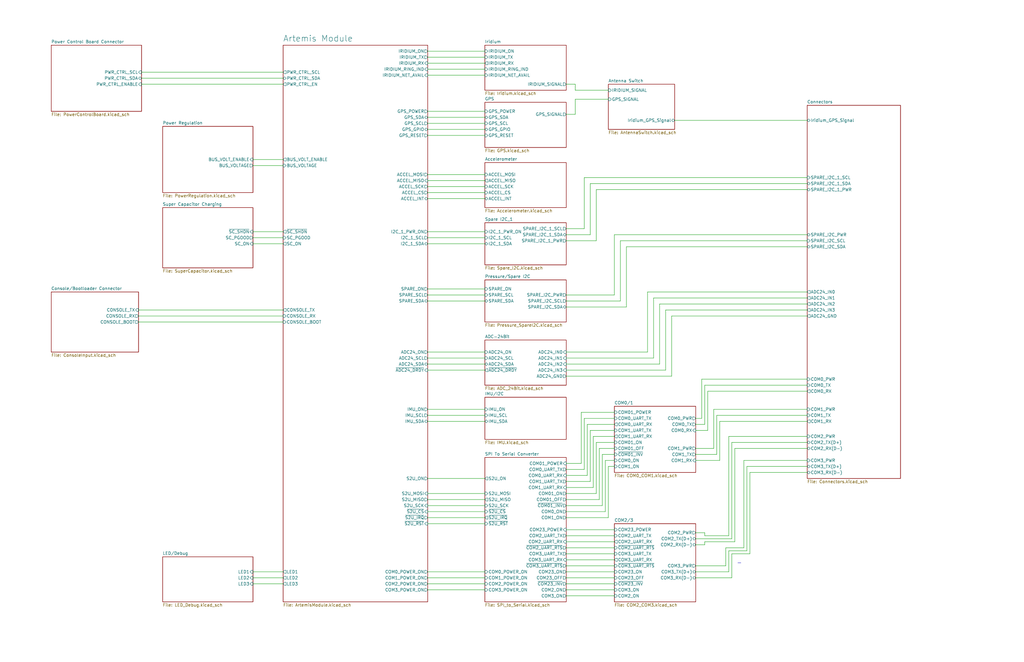
<source format=kicad_sch>
(kicad_sch (version 20230121) (generator eeschema)
  (paper "B")
  (title_block (title "LCP Controller ") (date "2024-07-22") (rev "0.4") (company "NOAA Pacific Marine Environmental Laboratory") (comment 1 "https://github.com/PaulZC/Artemis_Global_Tracker") (comment 2 "Based on Paul Clark's Sparkfun Artemis Global Tracker") (comment 3 "Current Design Updated by: Joseph Kurina") (comment 4 "Current design by: Matt Casari") (comment 5 "Current design modified by: Basharat Martin") (comment 7 " "))
  (lib_symbols)
  (wire (pts (xy 180.34 172.72) (xy 204.47 172.72)))
  (wire (pts (xy 293.37 229.87) (xy 297.18 229.87)))
  (wire (pts (xy 180.34 201.93) (xy 204.47 201.93)))
  (wire (pts (xy 242.57 41.91) (xy 256.54 41.91)))
  (wire (pts (xy 259.08 191.77) (xy 254 191.77)))
  (wire (pts (xy 246.38 74.93) (xy 246.38 96.52)))
  (wire (pts (xy 275.59 151.13) (xy 275.59 125.73)))
  (wire (pts (xy 180.34 241.3) (xy 204.47 241.3)))
  (wire (pts (xy 255.27 194.31) (xy 259.08 194.31)))
  (wire (pts (xy 314.96 232.41) (xy 314.96 196.85)))
  (wire (pts (xy 261.62 127) (xy 261.62 101.6)))
  (wire (pts (xy 238.76 210.82) (xy 252.73 210.82)))
  (wire (pts (xy 180.34 246.38) (xy 204.47 246.38)))
  (wire (pts (xy 293.37 224.79) (xy 297.18 224.79)))
  (wire (pts (xy 293.37 176.53) (xy 295.91 176.53)))
  (wire (pts (xy 238.76 226.06) (xy 259.08 226.06)))
  (wire (pts (xy 238.76 198.12) (xy 246.38 198.12)))
  (wire (pts (xy 204.47 76.2) (xy 180.34 76.2)))
  (wire (pts (xy 238.76 243.84) (xy 259.08 243.84)))
  (wire (pts (xy 238.76 241.3) (xy 259.08 241.3)))
  (wire (pts (xy 293.37 243.84) (xy 308.61 243.84)))
  (wire (pts (xy 259.08 124.46) (xy 259.08 99.06)))
  (wire (pts (xy 180.34 175.26) (xy 204.47 175.26)))
  (wire (pts (xy 204.47 29.21) (xy 180.34 29.21)))
  (wire (pts (xy 238.76 129.54) (xy 264.16 129.54)))
  (wire (pts (xy 204.47 215.9) (xy 180.34 215.9)))
  (wire (pts (xy 247.65 179.07) (xy 259.08 179.07)))
  (wire (pts (xy 264.16 129.54) (xy 264.16 104.14)))
  (wire (pts (xy 204.47 127) (xy 180.34 127)))
  (wire (pts (xy 59.69 30.48) (xy 119.38 30.48)))
  (wire (pts (xy 204.47 24.13) (xy 180.34 24.13)))
  (wire (pts (xy 238.76 246.38) (xy 259.08 246.38)))
  (wire (pts (xy 106.68 102.87) (xy 119.38 102.87)))
  (wire (pts (xy 119.38 135.89) (xy 58.42 135.89)))
  (wire (pts (xy 302.26 175.26) (xy 340.36 175.26)))
  (wire (pts (xy 204.47 121.92) (xy 180.34 121.92)))
  (wire (pts (xy 248.92 203.2) (xy 238.76 203.2)))
  (wire (pts (xy 293.37 179.07) (xy 297.18 179.07)))
  (wire (pts (xy 298.45 181.61) (xy 298.45 165.1)))
  (wire (pts (xy 314.96 196.85) (xy 340.36 196.85)))
  (wire (pts (xy 58.42 133.35) (xy 119.38 133.35)))
  (wire (pts (xy 204.47 248.92) (xy 180.34 248.92)))
  (wire (pts (xy 180.34 218.44) (xy 204.47 218.44)))
  (wire (pts (xy 293.37 238.76) (xy 306.07 238.76)))
  (wire (pts (xy 106.68 69.85) (xy 119.38 69.85)))
  (wire (pts (xy 256.54 196.85) (xy 256.54 218.44)))
  (wire (pts (xy 204.47 220.98) (xy 180.34 220.98)))
  (wire (pts (xy 238.76 218.44) (xy 256.54 218.44)))
  (wire (pts (xy 245.11 195.58) (xy 245.11 173.99)))
  (wire (pts (xy 238.76 228.6) (xy 259.08 228.6)))
  (wire (pts (xy 251.46 208.28) (xy 238.76 208.28)))
  (wire (pts (xy 300.99 189.23) (xy 300.99 172.72)))
  (wire (pts (xy 255.27 194.31) (xy 255.27 215.9)))
  (wire (pts (xy 264.16 104.14) (xy 340.36 104.14)))
  (wire (pts (xy 297.18 162.56) (xy 340.36 162.56)))
  (wire (pts (xy 293.37 189.23) (xy 300.99 189.23)))
  (wire (pts (xy 180.34 83.82) (xy 204.47 83.82)))
  (wire (pts (xy 307.34 232.41) (xy 314.96 232.41)))
  (wire (pts (xy 238.76 48.26) (xy 242.57 48.26)))
  (wire (pts (xy 119.38 100.33) (xy 106.68 100.33)))
  (wire (pts (xy 204.47 210.82) (xy 180.34 210.82)))
  (wire (pts (xy 238.76 231.14) (xy 259.08 231.14)))
  (wire (pts (xy 180.34 49.53) (xy 204.47 49.53)))
  (wire (pts (xy 238.76 101.6) (xy 251.46 101.6)))
  (wire (pts (xy 278.13 128.27) (xy 278.13 153.67)))
  (wire (pts (xy 242.57 48.26) (xy 242.57 41.91)))
  (wire (pts (xy 242.57 35.56) (xy 242.57 38.1)))
  (wire (pts (xy 313.69 231.14) (xy 313.69 194.31)))
  (wire (pts (xy 308.61 186.69) (xy 340.36 186.69)))
  (wire (pts (xy 248.92 99.06) (xy 238.76 99.06)))
  (wire (pts (xy 303.53 177.8) (xy 340.36 177.8)))
  (wire (pts (xy 238.76 236.22) (xy 259.08 236.22)))
  (wire (pts (xy 204.47 100.33) (xy 180.34 100.33)))
  (wire (pts (xy 283.21 133.35) (xy 340.36 133.35)))
  (wire (pts (xy 106.68 241.3) (xy 119.38 241.3)))
  (wire (pts (xy 119.38 67.31) (xy 106.68 67.31)))
  (wire (pts (xy 273.05 123.19) (xy 273.05 148.59)))
  (wire (pts (xy 250.19 184.15) (xy 259.08 184.15)))
  (wire (pts (xy 238.76 158.75) (xy 283.21 158.75)))
  (wire (pts (xy 275.59 125.73) (xy 340.36 125.73)))
  (wire (pts (xy 307.34 232.41) (xy 307.34 241.3)))
  (wire (pts (xy 259.08 189.23) (xy 252.73 189.23)))
  (wire (pts (xy 238.76 215.9) (xy 255.27 215.9)))
  (wire (pts (xy 340.36 74.93) (xy 246.38 74.93)))
  (wire (pts (xy 340.36 77.47) (xy 248.92 77.47)))
  (wire (pts (xy 251.46 186.69) (xy 251.46 208.28)))
  (wire (pts (xy 246.38 96.52) (xy 238.76 96.52)))
  (wire (pts (xy 293.37 194.31) (xy 303.53 194.31)))
  (wire (pts (xy 247.65 179.07) (xy 247.65 200.66)))
  (wire (pts (xy 254 191.77) (xy 254 213.36)))
  (wire (pts (xy 180.34 177.8) (xy 204.47 177.8)))
  (wire (pts (xy 180.34 124.46) (xy 204.47 124.46)))
  (wire (pts (xy 204.47 243.84) (xy 180.34 243.84)))
  (wire (pts (xy 250.19 184.15) (xy 250.19 205.74)))
  (wire (pts (xy 238.76 200.66) (xy 247.65 200.66)))
  (wire (pts (xy 180.34 21.59) (xy 204.47 21.59)))
  (wire (pts (xy 252.73 189.23) (xy 252.73 210.82)))
  (wire (pts (xy 307.34 184.15) (xy 307.34 226.06)))
  (wire (pts (xy 119.38 130.81) (xy 58.42 130.81)))
  (wire (pts (xy 106.68 243.84) (xy 119.38 243.84)))
  (wire (pts (xy 259.08 181.61) (xy 248.92 181.61)))
  (wire (pts (xy 248.92 77.47) (xy 248.92 99.06)))
  (wire (pts (xy 238.76 238.76) (xy 259.08 238.76)))
  (wire (pts (xy 180.34 31.75) (xy 204.47 31.75)))
  (wire (pts (xy 180.34 73.66) (xy 204.47 73.66)))
  (wire (pts (xy 180.34 208.28) (xy 204.47 208.28)))
  (wire (pts (xy 297.18 226.06) (xy 307.34 226.06)))
  (wire (pts (xy 238.76 127) (xy 261.62 127)))
  (wire (pts (xy 309.88 189.23) (xy 340.36 189.23)))
  (wire (pts (xy 284.48 50.8) (xy 340.36 50.8)))
  (wire (pts (xy 180.34 156.21) (xy 204.47 156.21)))
  (wire (pts (xy 261.62 101.6) (xy 340.36 101.6)))
  (wire (pts (xy 300.99 172.72) (xy 340.36 172.72)))
  (wire (pts (xy 283.21 158.75) (xy 283.21 133.35)))
  (wire (pts (xy 180.34 46.99) (xy 204.47 46.99)))
  (wire (pts (xy 302.26 191.77) (xy 302.26 175.26)))
  (wire (pts (xy 180.34 52.07) (xy 204.47 52.07)))
  (wire (pts (xy 251.46 80.01) (xy 340.36 80.01)))
  (wire (pts (xy 106.68 246.38) (xy 119.38 246.38)))
  (wire (pts (xy 306.07 231.14) (xy 313.69 231.14)))
  (wire (pts (xy 238.76 233.68) (xy 259.08 233.68)))
  (wire (pts (xy 313.69 194.31) (xy 340.36 194.31)))
  (wire (pts (xy 238.76 195.58) (xy 245.11 195.58)))
  (wire (pts (xy 273.05 148.59) (xy 238.76 148.59)))
  (wire (pts (xy 242.57 38.1) (xy 256.54 38.1)))
  (wire (pts (xy 204.47 148.59) (xy 180.34 148.59)))
  (wire (pts (xy 316.23 199.39) (xy 340.36 199.39)))
  (wire (pts (xy 280.67 130.81) (xy 340.36 130.81)))
  (wire (pts (xy 248.92 181.61) (xy 248.92 203.2)))
  (wire (pts (xy 298.45 165.1) (xy 340.36 165.1)))
  (wire (pts (xy 316.23 233.68) (xy 316.23 199.39)))
  (wire (pts (xy 246.38 176.53) (xy 246.38 198.12)))
  (wire (pts (xy 293.37 191.77) (xy 302.26 191.77)))
  (wire (pts (xy 238.76 124.46) (xy 259.08 124.46)))
  (wire (pts (xy 180.34 102.87) (xy 204.47 102.87)))
  (wire (pts (xy 259.08 99.06) (xy 340.36 99.06)))
  (wire (pts (xy 238.76 248.92) (xy 259.08 248.92)))
  (wire (pts (xy 308.61 233.68) (xy 316.23 233.68)))
  (wire (pts (xy 204.47 153.67) (xy 180.34 153.67)))
  (wire (pts (xy 180.34 57.15) (xy 204.47 57.15)))
  (wire (pts (xy 309.88 228.6) (xy 297.18 228.6)))
  (wire (pts (xy 308.61 186.69) (xy 308.61 227.33)))
  (wire (pts (xy 180.34 151.13) (xy 204.47 151.13)))
  (wire (pts (xy 308.61 233.68) (xy 308.61 243.84)))
  (wire (pts (xy 180.34 213.36) (xy 204.47 213.36)))
  (wire (pts (xy 254 213.36) (xy 238.76 213.36)))
  (polyline (pts (xy 312.42 237.49) (xy 311.15 237.49)))
  (wire (pts (xy 297.18 179.07) (xy 297.18 162.56)))
  (wire (pts (xy 303.53 194.31) (xy 303.53 177.8)))
  (wire (pts (xy 238.76 35.56) (xy 242.57 35.56)))
  (wire (pts (xy 180.34 54.61) (xy 204.47 54.61)))
  (wire (pts (xy 246.38 176.53) (xy 259.08 176.53)))
  (wire (pts (xy 238.76 151.13) (xy 275.59 151.13)))
  (wire (pts (xy 180.34 26.67) (xy 204.47 26.67)))
  (wire (pts (xy 278.13 153.67) (xy 238.76 153.67)))
  (wire (pts (xy 273.05 123.19) (xy 340.36 123.19)))
  (wire (pts (xy 251.46 101.6) (xy 251.46 80.01)))
  (wire (pts (xy 306.07 231.14) (xy 306.07 238.76)))
  (wire (pts (xy 280.67 156.21) (xy 280.67 130.81)))
  (wire (pts (xy 293.37 241.3) (xy 307.34 241.3)))
  (wire (pts (xy 245.11 173.99) (xy 259.08 173.99)))
  (wire (pts (xy 259.08 186.69) (xy 251.46 186.69)))
  (wire (pts (xy 307.34 184.15) (xy 340.36 184.15)))
  (wire (pts (xy 238.76 223.52) (xy 259.08 223.52)))
  (wire (pts (xy 297.18 224.79) (xy 297.18 226.06)))
  (wire (pts (xy 309.88 189.23) (xy 309.88 228.6)))
  (wire (pts (xy 340.36 128.27) (xy 278.13 128.27)))
  (wire (pts (xy 59.69 35.56) (xy 119.38 35.56)))
  (wire (pts (xy 295.91 176.53) (xy 295.91 160.02)))
  (wire (pts (xy 295.91 160.02) (xy 340.36 160.02)))
  (wire (pts (xy 238.76 251.46) (xy 259.08 251.46)))
  (wire (pts (xy 293.37 227.33) (xy 308.61 227.33)))
  (wire (pts (xy 204.47 81.28) (xy 180.34 81.28)))
  (wire (pts (xy 119.38 33.02) (xy 59.69 33.02)))
  (wire (pts (xy 297.18 228.6) (xy 297.18 229.87)))
  (wire (pts (xy 238.76 156.21) (xy 280.67 156.21)))
  (wire (pts (xy 293.37 181.61) (xy 298.45 181.61)))
  (wire (pts (xy 180.34 78.74) (xy 204.47 78.74)))
  (wire (pts (xy 106.68 97.79) (xy 119.38 97.79)))
  (wire (pts (xy 180.34 97.79) (xy 204.47 97.79)))
  (wire (pts (xy 256.54 196.85) (xy 259.08 196.85)))
  (wire (pts (xy 238.76 205.74) (xy 250.19 205.74)))
  (sheet (at 68.58 87.63) (size 38.1 25.4)
    (property "Sheetname" "Super Capacitor Charging" (at 68.58 86.9184 0) (effects (justify left bottom)))
    (property "Sheetfile" "SuperCapacitor.kicad_sch" (at 68.58 113.6146 0) (effects (justify left top)))
    (pin "~{SC_SHDN}" input (at 106.68 97.79 0))
    (pin "SC_PGOOD" output (at 106.68 100.33 0))
    (pin "SC_ON" input (at 106.68 102.87 0))
  )
  (sheet (at 119.38 19.05) (size 60.96 234.95)
    (property "Sheetname" "Artemis Module" (at 119.38 17.7034 0) (effects (font (size 2.54 2.54)) (justify left bottom)))
    (property "Sheetfile" "ArtemisModule.kicad_sch" (at 119.38 254.5846 0) (effects (justify left top)))
    (pin "CONSOLE_TX" output (at 119.38 130.81 180))
    (pin "CONSOLE_RX" input (at 119.38 133.35 180))
    (pin "CONSOLE_BOOT" input (at 119.38 135.89 180))
    (pin "IRIDIUM_ON" output (at 180.34 21.59 0))
    (pin "IRIDIUM_TX" output (at 180.34 24.13 0))
    (pin "IRIDIUM_RX" input (at 180.34 26.67 0))
    (pin "IRIDIUM_RING_IND" input (at 180.34 29.21 0))
    (pin "IRIDIUM_NET_AVAIL" input (at 180.34 31.75 0))
    (pin "GPS_POWER" output (at 180.34 46.99 0))
    (pin "GPS_SDA" bidirectional (at 180.34 49.53 0))
    (pin "GPS_SCL" output (at 180.34 52.07 0))
    (pin "GPS_GPIO" bidirectional (at 180.34 54.61 0))
    (pin "ACCEL_SCK" output (at 180.34 78.74 0))
    (pin "ACCEL_MOSI" output (at 180.34 73.66 0))
    (pin "ACCEL_MISO" input (at 180.34 76.2 0))
    (pin "ACCEL_CS" output (at 180.34 81.28 0))
    (pin "ACCEL_INT" bidirectional (at 180.34 83.82 0))
    (pin "ADC24_ON" output (at 180.34 148.59 0))
    (pin "ADC24_SCL" output (at 180.34 151.13 0))
    (pin "ADC24_SDA" bidirectional (at 180.34 153.67 0))
    (pin "~{ADC24_DRDY}" input (at 180.34 156.21 0))
    (pin "IMU_ON" output (at 180.34 172.72 0))
    (pin "IMU_SCL" output (at 180.34 175.26 0))
    (pin "IMU_SDA" bidirectional (at 180.34 177.8 0))
    (pin "SPARE_ON" output (at 180.34 121.92 0))
    (pin "SPARE_SCL" output (at 180.34 124.46 0))
    (pin "SPARE_SDA" bidirectional (at 180.34 127 0))
    (pin "PWR_CTRL_SCL" output (at 119.38 30.48 180))
    (pin "PWR_CTRL_SDA" bidirectional (at 119.38 33.02 180))
    (pin "S2U_MISO" output (at 180.34 210.82 0))
    (pin "S2U_MOSI" input (at 180.34 208.28 0))
    (pin "S2U_SCK" input (at 180.34 213.36 0))
    (pin "~{S2U_CS}" input (at 180.34 215.9 0))
    (pin "~{S2U_IRQ}" output (at 180.34 218.44 0))
    (pin "~{S2U_RST}" input (at 180.34 220.98 0))
    (pin "COM0_POWER_ON" output (at 180.34 241.3 0))
    (pin "COM1_POWER_ON" output (at 180.34 243.84 0))
    (pin "COM2_POWER_ON" output (at 180.34 246.38 0))
    (pin "COM3_POWER_ON" output (at 180.34 248.92 0))
    (pin "LED1" output (at 119.38 241.3 180))
    (pin "LED2" output (at 119.38 243.84 180))
    (pin "LED3" output (at 119.38 246.38 180))
    (pin "S2U_ON" output (at 180.34 201.93 0))
    (pin "~{SC_SHDN}" output (at 119.38 97.79 180))
    (pin "SC_PGOOD" input (at 119.38 100.33 180))
    (pin "SC_ON" output (at 119.38 102.87 180))
    (pin "PWR_CTRL_EN" output (at 119.38 35.56 180))
    (pin "BUS_VOLT_ENABLE" output (at 119.38 67.31 180))
    (pin "BUS_VOLTAGE" input (at 119.38 69.85 180))
    (pin "GPS_RESET" output (at 180.34 57.15 0))
    (pin "I2C_1_SCL" output (at 180.34 100.33 0))
    (pin "I2C_1_SDA" bidirectional (at 180.34 102.87 0))
    (pin "I2C_1_PWR_ON" output (at 180.34 97.79 0))
  )
  (sheet (at 204.47 19.05) (size 34.29 19.05)
    (property "Sheetname" "Iridium" (at 204.47 18.3384 0) (effects (justify left bottom)))
    (property "Sheetfile" "Iridium.kicad_sch" (at 204.47 38.6846 0) (effects (justify left top)))
    (pin "IRIDIUM_ON" input (at 204.47 21.59 180))
    (pin "IRIDIUM_TX" input (at 204.47 24.13 180))
    (pin "IRIDIUM_RX" output (at 204.47 26.67 180))
    (pin "IRIDIUM_RING_IND" input (at 204.47 29.21 180))
    (pin "IRIDIUM_NET_AVAIL" input (at 204.47 31.75 180))
    (pin "IRIDIUM_SIGNAL" output (at 238.76 35.56 0))
  )
  (sheet (at 204.47 143.51) (size 34.29 19.05)
    (property "Sheetname" "ADC-24Bit" (at 204.47 142.7984 0) (effects (justify left bottom)))
    (property "Sheetfile" "ADC_24Bit.kicad_sch" (at 204.47 163.1446 0) (effects (justify left top)))
    (pin "ADC24_ON" input (at 204.47 148.59 180))
    (pin "ADC24_SCL" input (at 204.47 151.13 180))
    (pin "ADC24_SDA" bidirectional (at 204.47 153.67 180))
    (pin "~{ADC24_DRDY}" output (at 204.47 156.21 180))
    (pin "ADC24_IN0" input (at 238.76 148.59 0))
    (pin "ADC24_IN1" input (at 238.76 151.13 0))
    (pin "ADC24_IN2" input (at 238.76 153.67 0))
    (pin "ADC24_IN3" input (at 238.76 156.21 0))
    (pin "ADC24_GND" output (at 238.76 158.75 0))
  )
  (sheet (at 68.58 53.34) (size 38.1 27.94)
    (property "Sheetname" "Power Regulation" (at 68.58 52.6284 0) (effects (justify left bottom)))
    (property "Sheetfile" "PowerRegulation.kicad_sch" (at 68.58 81.8646 0) (effects (justify left top)))
    (pin "BUS_VOLT_ENABLE" input (at 106.68 67.31 0))
    (pin "BUS_VOLTAGE" output (at 106.68 69.85 0))
  )
  (sheet (at 68.58 234.95) (size 38.1 19.05)
    (property "Sheetname" "LED/Debug" (at 68.58 234.2384 0) (effects (justify left bottom)))
    (property "Sheetfile" "LED_Debug.kicad_sch" (at 68.58 254.5846 0) (effects (justify left top)))
    (pin "LED1" input (at 106.68 241.3 0))
    (pin "LED2" input (at 106.68 243.84 0))
    (pin "LED3" input (at 106.68 246.38 0))
  )
  (sheet (at 204.47 93.98) (size 34.29 17.78)
    (property "Sheetname" "Spare I2C_1" (at 204.47 93.2684 0) (effects (justify left bottom)))
    (property "Sheetfile" "Spare_I2C.kicad_sch" (at 204.47 112.3446 0) (effects (justify left top)))
    (pin "I2C_1_SCL" input (at 204.47 100.33 180))
    (pin "I2C_1_SDA" bidirectional (at 204.47 102.87 180))
    (pin "I2C_1_PWR_ON" input (at 204.47 97.79 180))
    (pin "SPARE_I2C_1_SDA" bidirectional (at 238.76 99.06 0))
    (pin "SPARE_I2C_1_PWR" output (at 238.76 101.6 0))
    (pin "SPARE_I2C_1_SCL" output (at 238.76 96.52 0))
  )
  (sheet (at 21.59 19.05) (size 38.1 27.94)
    (property "Sheetname" "Power Control Board Connector" (at 21.59 18.3384 0) (effects (justify left bottom)))
    (property "Sheetfile" "PowerControlBoard.kicad_sch" (at 21.59 47.5746 0) (effects (justify left top)))
    (pin "PWR_CTRL_SCL" input (at 59.69 30.48 0))
    (pin "PWR_CTRL_SDA" bidirectional (at 59.69 33.02 0))
    (pin "PWR_CTRL_ENABLE" input (at 59.69 35.56 0))
  )
  (sheet (at 204.47 43.18) (size 34.29 19.05)
    (property "Sheetname" "GPS" (at 204.47 42.4684 0) (effects (justify left bottom)))
    (property "Sheetfile" "GPS.kicad_sch" (at 204.47 62.8146 0) (effects (justify left top)))
    (pin "GPS_POWER" input (at 204.47 46.99 180))
    (pin "GPS_SDA" bidirectional (at 204.47 49.53 180))
    (pin "GPS_SCL" input (at 204.47 52.07 180))
    (pin "GPS_GPIO" bidirectional (at 204.47 54.61 180))
    (pin "GPS_SIGNAL" output (at 238.76 48.26 0))
    (pin "GPS_RESET" input (at 204.47 57.15 180))
  )
  (sheet (at 204.47 193.04) (size 34.29 60.96)
    (property "Sheetname" "SPI To Serial Converter" (at 204.47 192.3284 0) (effects (justify left bottom)))
    (property "Sheetfile" "SPI_to_Serial.kicad_sch" (at 204.47 254.5846 0) (effects (justify left top)))
    (pin "COM0_UART_TX" output (at 238.76 198.12 0))
    (pin "COM0_UART_RX" input (at 238.76 200.66 0))
    (pin "COM1_UART_TX" output (at 238.76 203.2 0))
    (pin "COM2_UART_RX" input (at 238.76 228.6 0))
    (pin "COM2_UART_TX" output (at 238.76 226.06 0))
    (pin "COM3_UART_TX" output (at 238.76 233.68 0))
    (pin "COM3_UART_RX" input (at 238.76 236.22 0))
    (pin "~{COM2_UART_RTS}" output (at 238.76 231.14 0))
    (pin "~{COM3_UART_RTS}" output (at 238.76 238.76 0))
    (pin "COM01_ON" output (at 238.76 208.28 0))
    (pin "COM01_OFF" output (at 238.76 210.82 0))
    (pin "~{COM01_INV}" output (at 238.76 213.36 0))
    (pin "COM23_ON" output (at 238.76 241.3 0))
    (pin "COM23_OFF" output (at 238.76 243.84 0))
    (pin "~{COM23_INV}" output (at 238.76 246.38 0))
    (pin "S2U_MISO" output (at 204.47 210.82 180))
    (pin "S2U_MOSI" input (at 204.47 208.28 180))
    (pin "S2U_SCK" input (at 204.47 213.36 180))
    (pin "~{S2U_CS}" input (at 204.47 215.9 180))
    (pin "~{S2U_IRQ}" output (at 204.47 218.44 180))
    (pin "~{S2U_RST}" input (at 204.47 220.98 180))
    (pin "COM1_UART_RX" input (at 238.76 205.74 0))
    (pin "COM0_POWER_ON" input (at 204.47 241.3 180))
    (pin "COM1_POWER_ON" input (at 204.47 243.84 180))
    (pin "COM2_POWER_ON" input (at 204.47 246.38 180))
    (pin "COM3_POWER_ON" input (at 204.47 248.92 180))
    (pin "COM0_ON" output (at 238.76 215.9 0))
    (pin "COM1_ON" output (at 238.76 218.44 0))
    (pin "COM2_ON" output (at 238.76 248.92 0))
    (pin "COM3_ON" output (at 238.76 251.46 0))
    (pin "S2U_ON" output (at 204.47 201.93 180))
    (pin "COM23_POWER" input (at 238.76 223.52 0))
    (pin "COM01_POWER" input (at 238.76 195.58 0))
  )
  (sheet (at 259.08 171.45) (size 34.29 27.94)
    (property "Sheetname" "COM0/1" (at 259.08 170.7384 0) (effects (justify left bottom)))
    (property "Sheetfile" "COM0_COM1.kicad_sch" (at 259.08 199.9746 0) (effects (justify left top)))
    (pin "COM0_UART_TX" input (at 259.08 176.53 180))
    (pin "COM0_UART_RX" output (at 259.08 179.07 180))
    (pin "COM1_UART_TX" input (at 259.08 181.61 180))
    (pin "COM1_UART_RX" output (at 259.08 184.15 180))
    (pin "COM01_ON" input (at 259.08 186.69 180))
    (pin "COM01_OFF" input (at 259.08 189.23 180))
    (pin "~{COM01_INV}" input (at 259.08 191.77 180))
    (pin "COM0_TX" output (at 293.37 179.07 0))
    (pin "COM0_RX" input (at 293.37 181.61 0))
    (pin "COM1_TX" output (at 293.37 191.77 0))
    (pin "COM1_RX" input (at 293.37 194.31 0))
    (pin "COM0_ON" input (at 259.08 194.31 180))
    (pin "COM1_ON" input (at 259.08 196.85 180))
    (pin "COM0_PWR" output (at 293.37 176.53 0))
    (pin "COM1_PWR" output (at 293.37 189.23 0))
    (pin "COM01_POWER" input (at 259.08 173.99 180))
  )
  (sheet (at 259.08 220.98) (size 34.29 33.02)
    (property "Sheetname" "COM2/3" (at 259.08 220.2684 0) (effects (justify left bottom)))
    (property "Sheetfile" "COM2_COM3.kicad_sch" (at 259.08 254.5846 0) (effects (justify left top)))
    (pin "COM2_UART_TX" input (at 259.08 226.06 180))
    (pin "COM2_UART_RX" output (at 259.08 228.6 180))
    (pin "COM3_UART_TX" input (at 259.08 233.68 180))
    (pin "COM3_UART_RX" output (at 259.08 236.22 180))
    (pin "~{COM2_UART_RTS}" input (at 259.08 231.14 180))
    (pin "~{COM3_UART_RTS}" input (at 259.08 238.76 180))
    (pin "COM23_ON" input (at 259.08 241.3 180))
    (pin "COM23_OFF" input (at 259.08 243.84 180))
    (pin "~{COM23_INV}" input (at 259.08 246.38 180))
    (pin "COM3_ON" input (at 259.08 248.92 180))
    (pin "COM2_ON" input (at 259.08 251.46 180))
    (pin "COM2_TX(D+)" bidirectional (at 293.37 227.33 0))
    (pin "COM2_RX(D-)" bidirectional (at 293.37 229.87 0))
    (pin "COM3_TX(D+)" bidirectional (at 293.37 241.3 0))
    (pin "COM3_RX(D-)" bidirectional (at 293.37 243.84 0))
    (pin "COM2_PWR" output (at 293.37 224.79 0))
    (pin "COM3_PWR" output (at 293.37 238.76 0))
    (pin "COM23_POWER" input (at 259.08 223.52 180))
  )
  (sheet (at 204.47 68.58) (size 34.29 19.05)
    (property "Sheetname" "Accelerometer" (at 204.47 67.8684 0) (effects (justify left bottom)))
    (property "Sheetfile" "Accelerometer.kicad_sch" (at 204.47 88.2146 0) (effects (justify left top)))
    (pin "ACCEL_SCK" input (at 204.47 78.74 180))
    (pin "ACCEL_MOSI" input (at 204.47 73.66 180))
    (pin "ACCEL_MISO" output (at 204.47 76.2 180))
    (pin "ACCEL_CS" input (at 204.47 81.28 180))
    (pin "ACCEL_INT" bidirectional (at 204.47 83.82 180))
  )
  (sheet (at 21.59 123.19) (size 36.83 25.4)
    (property "Sheetname" "Console/Bootloader Connector" (at 21.59 122.4784 0) (effects (justify left bottom)))
    (property "Sheetfile" "ConsoleInput.kicad_sch" (at 21.59 149.1746 0) (effects (justify left top)))
    (pin "CONSOLE_BOOT" output (at 58.42 135.89 0))
    (pin "CONSOLE_TX" input (at 58.42 130.81 0))
    (pin "CONSOLE_RX" output (at 58.42 133.35 0))
  )
  (sheet (at 340.36 44.45) (size 39.37 157.48)
    (property "Sheetname" "Connectors" (at 340.36 43.7384 0) (effects (justify left bottom)))
    (property "Sheetfile" "Connectors.kicad_sch" (at 340.36 202.5146 0) (effects (justify left top)))
    (pin "COM0_TX" input (at 340.36 162.56 180))
    (pin "COM0_RX" output (at 340.36 165.1 180))
    (pin "COM1_TX" input (at 340.36 175.26 180))
    (pin "COM1_RX" output (at 340.36 177.8 180))
    (pin "COM0_PWR" input (at 340.36 160.02 180))
    (pin "COM1_PWR" input (at 340.36 172.72 180))
    (pin "COM2_TX(D+)" bidirectional (at 340.36 186.69 180))
    (pin "COM2_RX(D-)" bidirectional (at 340.36 189.23 180))
    (pin "COM3_TX(D+)" bidirectional (at 340.36 196.85 180))
    (pin "COM3_RX(D-)" bidirectional (at 340.36 199.39 180))
    (pin "COM2_PWR" input (at 340.36 184.15 180))
    (pin "COM3_PWR" input (at 340.36 194.31 180))
    (pin "ADC24_IN0" output (at 340.36 123.19 180))
    (pin "ADC24_IN1" output (at 340.36 125.73 180))
    (pin "ADC24_IN2" output (at 340.36 128.27 180))
    (pin "ADC24_IN3" output (at 340.36 130.81 180))
    (pin "ADC24_GND" output (at 340.36 133.35 180))
    (pin "SPARE_I2C_SCL" input (at 340.36 101.6 180))
    (pin "SPARE_I2C_SDA" bidirectional (at 340.36 104.14 180))
    (pin "SPARE_I2C_PWR" bidirectional (at 340.36 99.06 180))
    (pin "Iridium_GPS_Signal" bidirectional (at 340.36 50.8 180))
    (pin "SPARE_I2C_1_SCL" input (at 340.36 74.93 180))
    (pin "SPARE_I2C_1_SDA" bidirectional (at 340.36 77.47 180))
    (pin "SPARE_I2C_1_PWR" bidirectional (at 340.36 80.01 180))
  )
  (sheet (at 256.54 35.56) (size 27.94 19.05)
    (property "Sheetname" "Antenna Switch" (at 256.54 34.8484 0) (effects (justify left bottom)))
    (property "Sheetfile" "AntennaSwitch.kicad_sch" (at 256.54 55.1946 0) (effects (justify left top)))
    (pin "IRIDIUM_SIGNAL" input (at 256.54 38.1 180))
    (pin "GPS_SIGNAL" input (at 256.54 41.91 180))
    (pin "Iridium_GPS_Signal" bidirectional (at 284.48 50.8 0))
  )
  (sheet (at 204.47 167.64) (size 34.29 17.78)
    (property "Sheetname" "IMU/I2C" (at 204.47 166.9284 0) (effects (justify left bottom)))
    (property "Sheetfile" "IMU.kicad_sch" (at 204.47 186.0046 0) (effects (justify left top)))
    (pin "IMU_ON" input (at 204.47 172.72 180))
    (pin "IMU_SCL" input (at 204.47 175.26 180))
    (pin "IMU_SDA" bidirectional (at 204.47 177.8 180))
  )
  (sheet (at 204.47 118.11) (size 34.29 17.78)
    (property "Sheetname" "Pressure/Spare I2C" (at 204.47 117.3984 0) (effects (justify left bottom)))
    (property "Sheetfile" "Pressure_SpareI2C.kicad_sch" (at 204.47 136.4746 0) (effects (justify left top)))
    (pin "SPARE_ON" input (at 204.47 121.92 180))
    (pin "SPARE_SCL" input (at 204.47 124.46 180))
    (pin "SPARE_SDA" bidirectional (at 204.47 127 180))
    (pin "SPARE_I2C_SCL" output (at 238.76 127 0))
    (pin "SPARE_I2C_SDA" bidirectional (at 238.76 129.54 0))
    (pin "SPARE_I2C_PWR" output (at 238.76 124.46 0))
  )
)
</source>
